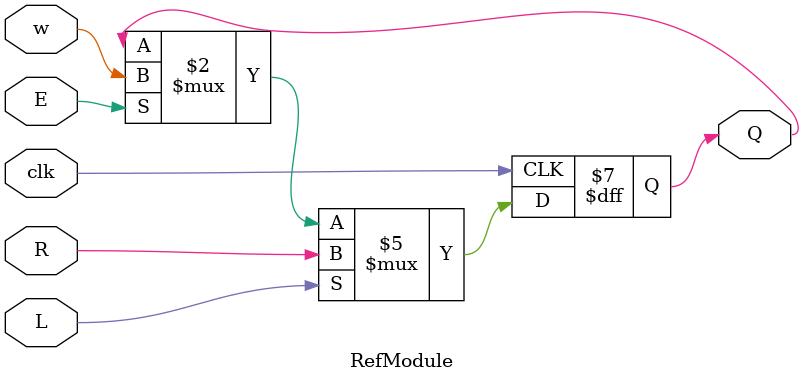
<source format=sv>

module RefModule (
  input clk,
  input w,
  input R,
  input E,
  input L,
  output reg Q
);

  always @(posedge clk)
    if (L)
      Q <= R;
    else if (E)
      Q <= w;

endmodule

</source>
